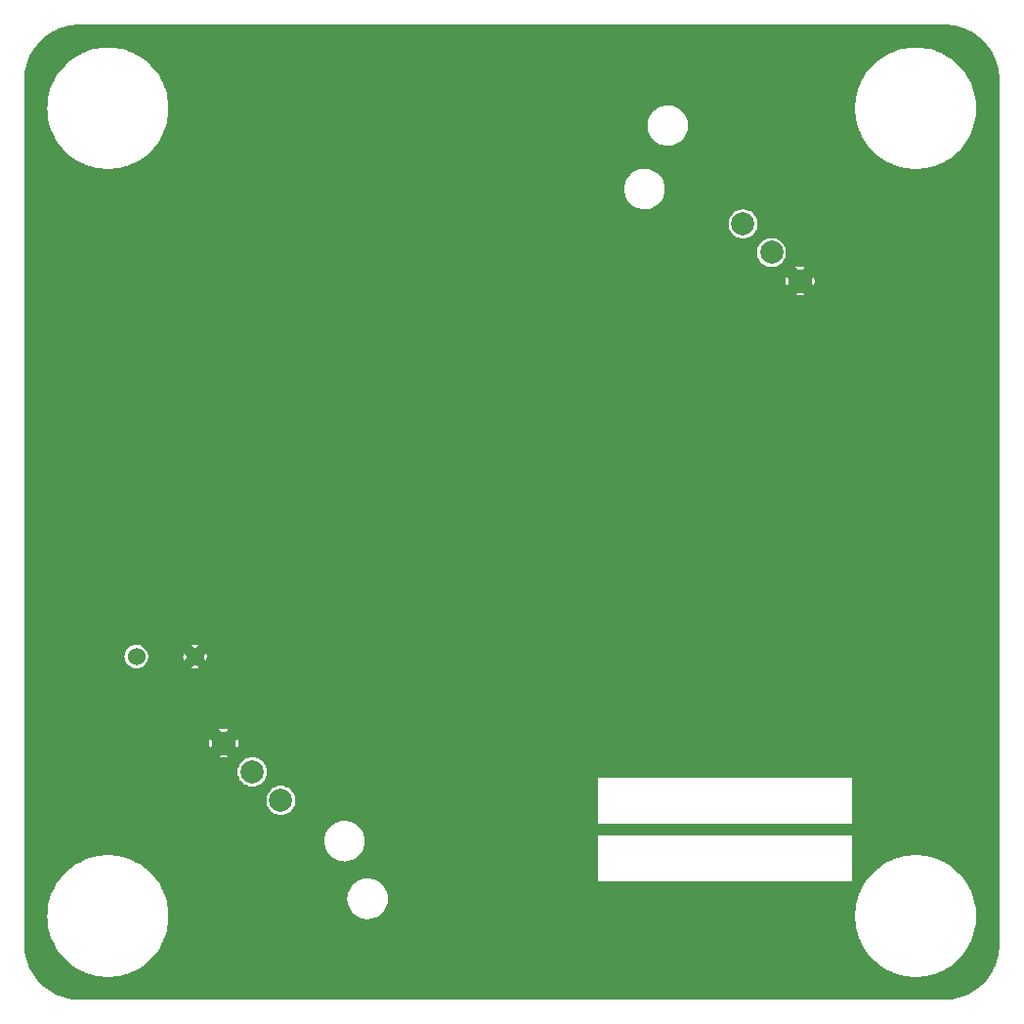
<source format=gbl>
G04 Layer: BottomLayer*
G04 EasyEDA v6.4.25, 2022-01-30T22:18:30+11:00*
G04 a67cddfb3fce44daa9051d46cbbcc19f,10*
G04 Gerber Generator version 0.2*
G04 Scale: 100 percent, Rotated: No, Reflected: No *
G04 Dimensions in millimeters *
G04 leading zeros omitted , absolute positions ,4 integer and 5 decimal *
%FSLAX45Y45*%
%MOMM*%

%ADD12C,0.6096*%
%ADD17C,1.5240*%
%ADD18C,2.0000*%

%LPD*%
G36*
X500532Y25908D02*
G01*
X469900Y26873D01*
X440283Y29718D01*
X410870Y34391D01*
X381812Y40894D01*
X353212Y49225D01*
X325170Y59334D01*
X297840Y71170D01*
X271322Y84734D01*
X245719Y99923D01*
X221081Y116636D01*
X197561Y134924D01*
X175260Y154635D01*
X154178Y175717D01*
X134518Y198069D01*
X116281Y221589D01*
X99568Y246227D01*
X84429Y271881D01*
X70916Y298450D01*
X59080Y325780D01*
X49022Y353822D01*
X40741Y382422D01*
X34290Y411480D01*
X29616Y440893D01*
X26822Y470560D01*
X25908Y500532D01*
X25908Y7999475D01*
X26873Y8030108D01*
X29718Y8059724D01*
X34391Y8089138D01*
X40894Y8118195D01*
X49225Y8146796D01*
X59334Y8174837D01*
X71170Y8202117D01*
X84734Y8228685D01*
X99923Y8254288D01*
X116636Y8278926D01*
X134924Y8302447D01*
X154635Y8324748D01*
X175717Y8345779D01*
X198069Y8365490D01*
X221589Y8383727D01*
X246227Y8400440D01*
X271881Y8415578D01*
X298450Y8429091D01*
X325780Y8440877D01*
X353822Y8450986D01*
X382422Y8459266D01*
X411480Y8465718D01*
X440893Y8470392D01*
X470560Y8473135D01*
X500532Y8474100D01*
X7999475Y8474100D01*
X8030108Y8473135D01*
X8059724Y8470290D01*
X8089138Y8465616D01*
X8118195Y8459114D01*
X8146796Y8450783D01*
X8174837Y8440674D01*
X8202117Y8428837D01*
X8228685Y8415274D01*
X8254288Y8400084D01*
X8278926Y8383320D01*
X8302447Y8365083D01*
X8324748Y8345373D01*
X8345779Y8324291D01*
X8365490Y8301939D01*
X8383727Y8278418D01*
X8400440Y8253730D01*
X8415578Y8228126D01*
X8429091Y8201558D01*
X8440877Y8174228D01*
X8450986Y8146186D01*
X8459266Y8117586D01*
X8465718Y8088528D01*
X8470392Y8059115D01*
X8473135Y8029448D01*
X8474100Y7999475D01*
X8474100Y500532D01*
X8473135Y469900D01*
X8470290Y440283D01*
X8465616Y410870D01*
X8459114Y381812D01*
X8450783Y353212D01*
X8440674Y325170D01*
X8428837Y297840D01*
X8415274Y271322D01*
X8400084Y245719D01*
X8383320Y221081D01*
X8365083Y197561D01*
X8345373Y175260D01*
X8324291Y154178D01*
X8301939Y134518D01*
X8278368Y116281D01*
X8253730Y99568D01*
X8228126Y84429D01*
X8201558Y70916D01*
X8174228Y59080D01*
X8146186Y49022D01*
X8117586Y40741D01*
X8088528Y34290D01*
X8059115Y29616D01*
X8029448Y26822D01*
X7999475Y25908D01*
G37*

%LPC*%
G36*
X5604510Y7424166D02*
G01*
X5622594Y7425588D01*
X5640374Y7428839D01*
X5657799Y7433868D01*
X5674563Y7440726D01*
X5690514Y7449210D01*
X5705551Y7459319D01*
X5719470Y7470902D01*
X5732119Y7483906D01*
X5743346Y7498080D01*
X5753049Y7513370D01*
X5761177Y7529575D01*
X5767527Y7546543D01*
X5772150Y7564018D01*
X5774944Y7581900D01*
X5775858Y7599984D01*
X5774944Y7618120D01*
X5772150Y7636002D01*
X5767527Y7653477D01*
X5761177Y7670444D01*
X5753049Y7686649D01*
X5743346Y7701940D01*
X5732119Y7716113D01*
X5719470Y7729118D01*
X5705551Y7740700D01*
X5690514Y7750809D01*
X5674563Y7759293D01*
X5657799Y7766151D01*
X5640374Y7771180D01*
X5622594Y7774431D01*
X5604510Y7775854D01*
X5586425Y7775397D01*
X5568442Y7773060D01*
X5550814Y7768894D01*
X5533745Y7762951D01*
X5517337Y7755280D01*
X5501792Y7745933D01*
X5487314Y7735062D01*
X5474004Y7722768D01*
X5462066Y7709153D01*
X5451551Y7694422D01*
X5442661Y7678674D01*
X5435396Y7662062D01*
X5429910Y7644790D01*
X5426202Y7627061D01*
X5424322Y7609078D01*
X5424322Y7590942D01*
X5426202Y7572959D01*
X5429910Y7555230D01*
X5435396Y7537958D01*
X5442661Y7521346D01*
X5451551Y7505598D01*
X5462066Y7490866D01*
X5474004Y7477252D01*
X5487314Y7464958D01*
X5501792Y7454087D01*
X5517337Y7444740D01*
X5533745Y7437069D01*
X5550814Y7431125D01*
X5568442Y7426959D01*
X5586425Y7424623D01*
G37*
G36*
X750011Y223875D02*
G01*
X781761Y224790D01*
X813358Y227685D01*
X844753Y232460D01*
X875792Y239166D01*
X906424Y247700D01*
X936396Y258064D01*
X965758Y270205D01*
X994308Y284175D01*
X1021943Y299770D01*
X1048613Y317042D01*
X1074166Y335889D01*
X1098550Y356209D01*
X1121613Y378002D01*
X1143355Y401167D01*
X1163675Y425602D01*
X1182471Y451205D01*
X1199692Y477875D01*
X1215237Y505561D01*
X1229106Y534162D01*
X1241196Y563524D01*
X1251508Y593547D01*
X1259992Y624179D01*
X1266596Y655218D01*
X1271320Y686612D01*
X1274114Y718261D01*
X1274978Y749960D01*
X1274114Y781761D01*
X1271320Y813358D01*
X1266596Y844803D01*
X1259992Y875842D01*
X1251508Y906475D01*
X1241196Y936498D01*
X1229106Y965860D01*
X1215237Y994410D01*
X1199692Y1022096D01*
X1182471Y1048816D01*
X1163675Y1074420D01*
X1143355Y1098804D01*
X1121613Y1121968D01*
X1098550Y1143762D01*
X1074166Y1164132D01*
X1048613Y1182979D01*
X1021943Y1200251D01*
X994308Y1215847D01*
X965758Y1229766D01*
X936396Y1241958D01*
X906424Y1252321D01*
X875792Y1260856D01*
X844753Y1267510D01*
X813358Y1272336D01*
X781761Y1275181D01*
X750011Y1276146D01*
X718261Y1275181D01*
X686612Y1272336D01*
X655218Y1267510D01*
X624179Y1260856D01*
X593598Y1252321D01*
X563575Y1241958D01*
X534263Y1229766D01*
X505714Y1215847D01*
X478078Y1200251D01*
X451408Y1182979D01*
X425856Y1164132D01*
X401472Y1143762D01*
X378358Y1121968D01*
X356616Y1098804D01*
X336346Y1074420D01*
X317550Y1048816D01*
X300329Y1022096D01*
X284784Y994410D01*
X270916Y965860D01*
X258825Y936498D01*
X248513Y906475D01*
X240029Y875842D01*
X233425Y844803D01*
X228701Y813358D01*
X225907Y781761D01*
X224993Y750011D01*
X225907Y718261D01*
X228701Y686612D01*
X233425Y655218D01*
X240029Y624179D01*
X248513Y593547D01*
X258825Y563524D01*
X270916Y534162D01*
X284784Y505561D01*
X300329Y477875D01*
X317550Y451205D01*
X336346Y425602D01*
X356616Y401167D01*
X378358Y378002D01*
X401472Y356209D01*
X425856Y335889D01*
X451408Y317042D01*
X478078Y299770D01*
X505714Y284175D01*
X534263Y270205D01*
X563575Y258064D01*
X593598Y247700D01*
X624179Y239166D01*
X655218Y232460D01*
X686612Y227685D01*
X718261Y224790D01*
G37*
G36*
X3004515Y724154D02*
G01*
X3022600Y725576D01*
X3040380Y728827D01*
X3057804Y733856D01*
X3074568Y740714D01*
X3090519Y749198D01*
X3105556Y759307D01*
X3119475Y770890D01*
X3132124Y783894D01*
X3143351Y798068D01*
X3153054Y813358D01*
X3161182Y829564D01*
X3167532Y846531D01*
X3172155Y864006D01*
X3174949Y881887D01*
X3175863Y899972D01*
X3174949Y918108D01*
X3172155Y935990D01*
X3167532Y953465D01*
X3161182Y970432D01*
X3153054Y986637D01*
X3143351Y1001928D01*
X3132124Y1016101D01*
X3119475Y1029106D01*
X3105556Y1040688D01*
X3090519Y1050798D01*
X3074568Y1059281D01*
X3057804Y1066139D01*
X3040380Y1071168D01*
X3022600Y1074420D01*
X3004515Y1075842D01*
X2986430Y1075385D01*
X2968447Y1073048D01*
X2950819Y1068882D01*
X2933750Y1062939D01*
X2917342Y1055268D01*
X2901797Y1045921D01*
X2887319Y1035050D01*
X2874010Y1022756D01*
X2862072Y1009142D01*
X2851556Y994410D01*
X2842666Y978662D01*
X2835402Y962050D01*
X2829915Y944778D01*
X2826207Y927049D01*
X2824327Y909066D01*
X2824327Y890930D01*
X2826207Y872947D01*
X2829915Y855218D01*
X2835402Y837946D01*
X2842666Y821334D01*
X2851556Y805586D01*
X2862072Y790854D01*
X2874010Y777240D01*
X2887319Y764946D01*
X2901797Y754075D01*
X2917342Y744728D01*
X2933750Y737057D01*
X2950819Y731113D01*
X2968447Y726948D01*
X2986430Y724611D01*
G37*
G36*
X5001006Y1049985D02*
G01*
X7199020Y1049985D01*
X7199985Y1051001D01*
X7199985Y1449019D01*
X7199020Y1449984D01*
X5001006Y1449984D01*
X4999990Y1449019D01*
X4999990Y1051001D01*
G37*
G36*
X2804515Y1224178D02*
G01*
X2822600Y1225550D01*
X2840380Y1228801D01*
X2857804Y1233881D01*
X2874568Y1240688D01*
X2890520Y1249222D01*
X2905556Y1259332D01*
X2919476Y1270914D01*
X2932125Y1283868D01*
X2943352Y1298092D01*
X2953054Y1313383D01*
X2961182Y1329537D01*
X2967532Y1346504D01*
X2972155Y1364030D01*
X2974949Y1381912D01*
X2975864Y1399997D01*
X2974949Y1418082D01*
X2972155Y1435963D01*
X2967532Y1453489D01*
X2961182Y1470456D01*
X2953054Y1486611D01*
X2943352Y1501902D01*
X2932125Y1516126D01*
X2919476Y1529080D01*
X2905556Y1540662D01*
X2890520Y1550771D01*
X2874568Y1559306D01*
X2857804Y1566113D01*
X2840380Y1571193D01*
X2822600Y1574444D01*
X2804515Y1575816D01*
X2786430Y1575358D01*
X2768447Y1573022D01*
X2750820Y1568907D01*
X2733751Y1562912D01*
X2717342Y1555242D01*
X2701798Y1545945D01*
X2687320Y1535074D01*
X2674010Y1522780D01*
X2662072Y1509166D01*
X2651556Y1494383D01*
X2642666Y1478635D01*
X2635402Y1462024D01*
X2629916Y1444802D01*
X2626207Y1427073D01*
X2624328Y1409039D01*
X2624328Y1390954D01*
X2626207Y1372920D01*
X2629916Y1355191D01*
X2635402Y1337970D01*
X2642666Y1321358D01*
X2651556Y1305610D01*
X2662072Y1290828D01*
X2674010Y1277213D01*
X2687320Y1264920D01*
X2701798Y1254048D01*
X2717342Y1244752D01*
X2733751Y1237081D01*
X2750820Y1231087D01*
X2768447Y1226972D01*
X2786430Y1224635D01*
G37*
G36*
X5001006Y1550009D02*
G01*
X7199020Y1550009D01*
X7199985Y1550974D01*
X7199985Y1948992D01*
X7199020Y1950008D01*
X5001006Y1950008D01*
X4999990Y1948992D01*
X4999990Y1550974D01*
X5000193Y1550162D01*
G37*
G36*
X2239924Y1626819D02*
G01*
X2255113Y1626819D01*
X2270201Y1628698D01*
X2284933Y1632305D01*
X2299157Y1637690D01*
X2312619Y1644751D01*
X2325166Y1653387D01*
X2336546Y1663496D01*
X2346604Y1674875D01*
X2355240Y1687372D01*
X2362301Y1700834D01*
X2367686Y1715058D01*
X2371344Y1729790D01*
X2373172Y1744878D01*
X2373172Y1760118D01*
X2371344Y1775206D01*
X2367686Y1789938D01*
X2362301Y1804162D01*
X2355240Y1817624D01*
X2346604Y1830120D01*
X2336546Y1841500D01*
X2325166Y1851609D01*
X2312619Y1860245D01*
X2299157Y1867306D01*
X2284933Y1872691D01*
X2270201Y1876348D01*
X2255113Y1878177D01*
X2239924Y1878177D01*
X2224836Y1876348D01*
X2210054Y1872691D01*
X2195830Y1867306D01*
X2182368Y1860245D01*
X2169871Y1851609D01*
X2158492Y1841500D01*
X2148382Y1830120D01*
X2139746Y1817624D01*
X2132685Y1804162D01*
X2127300Y1789938D01*
X2123694Y1775206D01*
X2121865Y1760118D01*
X2121865Y1744878D01*
X2123694Y1729790D01*
X2127300Y1715058D01*
X2132685Y1700834D01*
X2139746Y1687372D01*
X2148382Y1674875D01*
X2158492Y1663496D01*
X2169871Y1653387D01*
X2182368Y1644751D01*
X2195830Y1637690D01*
X2210054Y1632305D01*
X2224836Y1628698D01*
G37*
G36*
X1992426Y1874316D02*
G01*
X2007616Y1874316D01*
X2022703Y1876145D01*
X2037486Y1879803D01*
X2051710Y1885188D01*
X2065121Y1892249D01*
X2077669Y1900885D01*
X2089048Y1910943D01*
X2099106Y1922322D01*
X2107742Y1934870D01*
X2114804Y1948332D01*
X2120188Y1962556D01*
X2123846Y1977288D01*
X2125675Y1992375D01*
X2125675Y2007565D01*
X2123846Y2022652D01*
X2120188Y2037435D01*
X2114804Y2051659D01*
X2107742Y2065121D01*
X2099106Y2077618D01*
X2089048Y2088997D01*
X2077669Y2099106D01*
X2065121Y2107742D01*
X2051710Y2114804D01*
X2037486Y2120188D01*
X2022703Y2123795D01*
X2007616Y2125624D01*
X1992426Y2125624D01*
X1977339Y2123795D01*
X1962556Y2120188D01*
X1948332Y2114804D01*
X1934870Y2107742D01*
X1922373Y2099106D01*
X1910994Y2088997D01*
X1900936Y2077618D01*
X1892300Y2065121D01*
X1885238Y2051659D01*
X1879854Y2037435D01*
X1876196Y2022652D01*
X1874367Y2007565D01*
X1874367Y1992375D01*
X1876196Y1977288D01*
X1879854Y1962556D01*
X1885238Y1948332D01*
X1892300Y1934870D01*
X1900936Y1922322D01*
X1910994Y1910943D01*
X1922373Y1900885D01*
X1934870Y1892249D01*
X1948332Y1885188D01*
X1962556Y1879803D01*
X1977339Y1876145D01*
G37*
G36*
X1744929Y2121814D02*
G01*
X1760118Y2121814D01*
X1775206Y2123643D01*
X1789988Y2127300D01*
X1792173Y2128113D01*
X1752549Y2167788D01*
X1712874Y2128113D01*
X1715058Y2127300D01*
X1729841Y2123643D01*
G37*
G36*
X1633169Y2207818D02*
G01*
X1672843Y2247493D01*
X1633169Y2287117D01*
X1632356Y2284933D01*
X1628698Y2270150D01*
X1626870Y2255062D01*
X1626870Y2239873D01*
X1628698Y2224786D01*
X1632356Y2210003D01*
G37*
G36*
X1871878Y2207818D02*
G01*
X1872742Y2210003D01*
X1876348Y2224786D01*
X1878177Y2239873D01*
X1878177Y2255062D01*
X1876348Y2270150D01*
X1872742Y2284933D01*
X1871878Y2287117D01*
X1832203Y2247493D01*
G37*
G36*
X1752549Y2327148D02*
G01*
X1792173Y2366822D01*
X1789988Y2367686D01*
X1775206Y2371293D01*
X1760118Y2373122D01*
X1744929Y2373122D01*
X1729841Y2371293D01*
X1715058Y2367686D01*
X1712874Y2366822D01*
G37*
G36*
X999388Y2897987D02*
G01*
X1013002Y2899359D01*
X1026261Y2902508D01*
X1038961Y2907385D01*
X1050950Y2913938D01*
X1061923Y2922016D01*
X1071727Y2931515D01*
X1080160Y2942234D01*
X1087120Y2953969D01*
X1092454Y2966516D01*
X1096060Y2979674D01*
X1097838Y2993186D01*
X1097838Y3006801D01*
X1096060Y3020314D01*
X1092454Y3033471D01*
X1087120Y3046018D01*
X1080160Y3057753D01*
X1071727Y3068472D01*
X1061923Y3077972D01*
X1050950Y3086049D01*
X1038961Y3092602D01*
X1026261Y3097479D01*
X1013002Y3100679D01*
X999388Y3102051D01*
X985774Y3101594D01*
X972312Y3099308D01*
X959307Y3095244D01*
X946962Y3089503D01*
X935431Y3082188D01*
X925017Y3073400D01*
X915873Y3063290D01*
X908151Y3052013D01*
X902004Y3039872D01*
X897534Y3026968D01*
X894842Y3013608D01*
X893927Y2999994D01*
X894842Y2986379D01*
X897534Y2973019D01*
X902004Y2960166D01*
X908151Y2947974D01*
X915873Y2936748D01*
X925017Y2926638D01*
X935431Y2917799D01*
X946962Y2910484D01*
X959307Y2904744D01*
X972312Y2900680D01*
X985774Y2898444D01*
G37*
G36*
X7749997Y223367D02*
G01*
X7781747Y224332D01*
X7813395Y227228D01*
X7844840Y232003D01*
X7875879Y238709D01*
X7906512Y247243D01*
X7936534Y257606D01*
X7965846Y269798D01*
X7994446Y283718D01*
X8022081Y299364D01*
X8048752Y316687D01*
X8074304Y335534D01*
X8098688Y355904D01*
X8121802Y377698D01*
X8143544Y400913D01*
X8163864Y425348D01*
X8182609Y450951D01*
X8199831Y477672D01*
X8215375Y505409D01*
X8229244Y534009D01*
X8241334Y563372D01*
X8251596Y593445D01*
X8260080Y624078D01*
X8266633Y655167D01*
X8271357Y686562D01*
X8274151Y718261D01*
X8275015Y749960D01*
X8274151Y781761D01*
X8271357Y813409D01*
X8266633Y844854D01*
X8260080Y875944D01*
X8251596Y906576D01*
X8241334Y936599D01*
X8229244Y966012D01*
X8215375Y994613D01*
X8199831Y1022299D01*
X8182609Y1049020D01*
X8163864Y1074674D01*
X8143544Y1099108D01*
X8121802Y1122273D01*
X8098688Y1144117D01*
X8074304Y1164488D01*
X8048752Y1183335D01*
X8022081Y1200607D01*
X7994446Y1216253D01*
X7965846Y1230172D01*
X7936534Y1242364D01*
X7906512Y1252778D01*
X7875879Y1261313D01*
X7844840Y1268018D01*
X7813395Y1272794D01*
X7781747Y1275689D01*
X7749997Y1276654D01*
X7718247Y1275689D01*
X7686598Y1272794D01*
X7655204Y1268018D01*
X7624114Y1261313D01*
X7593533Y1252778D01*
X7563459Y1242364D01*
X7534148Y1230172D01*
X7505598Y1216253D01*
X7477912Y1200607D01*
X7451242Y1183335D01*
X7425690Y1164488D01*
X7401306Y1144117D01*
X7378192Y1122273D01*
X7356449Y1099108D01*
X7336129Y1074674D01*
X7317384Y1049020D01*
X7300163Y1022299D01*
X7284618Y994613D01*
X7270750Y966012D01*
X7258659Y936599D01*
X7248398Y906576D01*
X7239914Y875944D01*
X7233361Y844854D01*
X7228636Y813409D01*
X7225893Y781761D01*
X7225030Y750062D01*
X7225893Y718261D01*
X7228636Y686562D01*
X7233361Y655167D01*
X7239914Y624078D01*
X7248398Y593445D01*
X7258659Y563372D01*
X7270750Y534009D01*
X7284618Y505409D01*
X7300163Y477672D01*
X7317384Y450951D01*
X7336129Y425348D01*
X7356449Y400913D01*
X7378192Y377698D01*
X7401306Y355904D01*
X7425690Y335534D01*
X7451242Y316687D01*
X7477912Y299364D01*
X7505598Y283718D01*
X7534148Y269798D01*
X7563459Y257606D01*
X7593533Y247243D01*
X7624114Y238709D01*
X7655204Y232003D01*
X7686598Y227228D01*
X7718247Y224332D01*
G37*
G36*
X1407668Y2966516D02*
G01*
X1441145Y2999994D01*
X1407668Y3033471D01*
X1404315Y3021990D01*
X1402283Y3008528D01*
X1402029Y2994863D01*
X1403654Y2981350D01*
X1407007Y2968142D01*
G37*
G36*
X1600250Y2966618D02*
G01*
X1601978Y2971393D01*
X1604924Y2984703D01*
X1606092Y2998317D01*
X1605381Y3011932D01*
X1602892Y3025343D01*
X1600250Y3033369D01*
X1566875Y2999994D01*
G37*
G36*
X1503984Y3062884D02*
G01*
X1537360Y3096260D01*
X1529334Y3098901D01*
X1515922Y3101390D01*
X1502308Y3102051D01*
X1488694Y3100933D01*
X1475384Y3097987D01*
X1470609Y3096260D01*
G37*
G36*
X6739991Y6126988D02*
G01*
X6755180Y6126988D01*
X6770319Y6128816D01*
X6785051Y6132423D01*
X6787286Y6133287D01*
X6747611Y6172962D01*
X6707936Y6133287D01*
X6710172Y6132423D01*
X6724903Y6128816D01*
G37*
G36*
X6628231Y6212992D02*
G01*
X6667906Y6252616D01*
X6628231Y6292291D01*
X6627418Y6290106D01*
X6623761Y6275324D01*
X6621932Y6260236D01*
X6621932Y6245047D01*
X6623761Y6229959D01*
X6627418Y6215176D01*
G37*
G36*
X6866940Y6212992D02*
G01*
X6867804Y6215176D01*
X6871411Y6229959D01*
X6873240Y6245047D01*
X6873240Y6260236D01*
X6871411Y6275324D01*
X6867804Y6290106D01*
X6866940Y6292291D01*
X6827316Y6252616D01*
G37*
G36*
X6747611Y6332321D02*
G01*
X6787286Y6371996D01*
X6785051Y6372809D01*
X6770319Y6376466D01*
X6755180Y6378295D01*
X6739991Y6378295D01*
X6724903Y6376466D01*
X6710172Y6372809D01*
X6707936Y6371996D01*
G37*
G36*
X6492494Y6374485D02*
G01*
X6507734Y6374485D01*
X6522821Y6376314D01*
X6537553Y6379921D01*
X6551777Y6385306D01*
X6565239Y6392367D01*
X6577736Y6401003D01*
X6589115Y6411112D01*
X6599224Y6422491D01*
X6607860Y6434988D01*
X6614922Y6448450D01*
X6620306Y6462674D01*
X6623964Y6477457D01*
X6625793Y6492544D01*
X6625793Y6507734D01*
X6623964Y6522821D01*
X6620306Y6537553D01*
X6614922Y6551777D01*
X6607860Y6565239D01*
X6599224Y6577787D01*
X6589115Y6589166D01*
X6577736Y6599224D01*
X6565239Y6607860D01*
X6551777Y6614922D01*
X6537553Y6620306D01*
X6522821Y6623964D01*
X6507734Y6625793D01*
X6492494Y6625793D01*
X6477406Y6623964D01*
X6462674Y6620306D01*
X6448450Y6614922D01*
X6434988Y6607860D01*
X6422491Y6599224D01*
X6411112Y6589166D01*
X6401003Y6577787D01*
X6392367Y6565239D01*
X6385306Y6551777D01*
X6379921Y6537553D01*
X6376314Y6522821D01*
X6374434Y6507734D01*
X6374434Y6492544D01*
X6376314Y6477457D01*
X6379921Y6462674D01*
X6385306Y6448450D01*
X6392367Y6434988D01*
X6401003Y6422491D01*
X6411112Y6411112D01*
X6422491Y6401003D01*
X6434988Y6392367D01*
X6448450Y6385306D01*
X6462674Y6379921D01*
X6477406Y6376314D01*
G37*
G36*
X6245047Y6621932D02*
G01*
X6260236Y6621932D01*
X6275324Y6623761D01*
X6290106Y6627418D01*
X6304280Y6632803D01*
X6317742Y6639864D01*
X6330289Y6648500D01*
X6341668Y6658609D01*
X6351727Y6669989D01*
X6360363Y6682486D01*
X6367424Y6695948D01*
X6372809Y6710172D01*
X6376466Y6724903D01*
X6378295Y6739991D01*
X6378295Y6755231D01*
X6376466Y6770319D01*
X6372809Y6785051D01*
X6367424Y6799275D01*
X6360363Y6812737D01*
X6351727Y6825234D01*
X6341668Y6836613D01*
X6330289Y6846722D01*
X6317742Y6855358D01*
X6304280Y6862419D01*
X6290106Y6867804D01*
X6275324Y6871411D01*
X6260236Y6873290D01*
X6245047Y6873290D01*
X6229959Y6871411D01*
X6215176Y6867804D01*
X6200952Y6862419D01*
X6187490Y6855358D01*
X6174994Y6846722D01*
X6163614Y6836613D01*
X6153556Y6825234D01*
X6144920Y6812737D01*
X6137808Y6799275D01*
X6132423Y6785051D01*
X6128816Y6770319D01*
X6126988Y6755231D01*
X6126988Y6739991D01*
X6128816Y6724903D01*
X6132423Y6710172D01*
X6137808Y6695948D01*
X6144920Y6682486D01*
X6153556Y6669989D01*
X6163614Y6658609D01*
X6174994Y6648500D01*
X6187490Y6639864D01*
X6200952Y6632803D01*
X6215176Y6627418D01*
X6229959Y6623761D01*
G37*
G36*
X5404510Y6874154D02*
G01*
X5422595Y6875576D01*
X5440375Y6878828D01*
X5457799Y6883857D01*
X5474563Y6890715D01*
X5490514Y6899198D01*
X5505551Y6909308D01*
X5519470Y6920890D01*
X5532120Y6933895D01*
X5543346Y6948068D01*
X5553049Y6963359D01*
X5561177Y6979564D01*
X5567527Y6996531D01*
X5572150Y7014006D01*
X5574944Y7031888D01*
X5575858Y7049973D01*
X5574944Y7068108D01*
X5572150Y7085990D01*
X5567527Y7103465D01*
X5561177Y7120432D01*
X5553049Y7136638D01*
X5543346Y7151928D01*
X5532120Y7166102D01*
X5519470Y7179106D01*
X5505551Y7190689D01*
X5490514Y7200798D01*
X5474563Y7209281D01*
X5457799Y7216140D01*
X5440375Y7221169D01*
X5422595Y7224420D01*
X5404510Y7225842D01*
X5386425Y7225385D01*
X5368442Y7223048D01*
X5350814Y7218883D01*
X5333746Y7212939D01*
X5317337Y7205268D01*
X5301792Y7195921D01*
X5287314Y7185050D01*
X5274005Y7172756D01*
X5262067Y7159142D01*
X5251551Y7144410D01*
X5242661Y7128662D01*
X5235397Y7112050D01*
X5229910Y7094778D01*
X5226202Y7077049D01*
X5224322Y7059066D01*
X5224322Y7040930D01*
X5226202Y7022947D01*
X5229910Y7005218D01*
X5235397Y6987946D01*
X5242661Y6971334D01*
X5251551Y6955586D01*
X5262067Y6940854D01*
X5274005Y6927240D01*
X5287314Y6914946D01*
X5301792Y6904075D01*
X5317337Y6894728D01*
X5333746Y6887057D01*
X5350814Y6881114D01*
X5368442Y6876948D01*
X5386425Y6874611D01*
G37*
G36*
X7749997Y7223353D02*
G01*
X7781747Y7224318D01*
X7813395Y7227214D01*
X7844840Y7231989D01*
X7875879Y7238695D01*
X7906512Y7247229D01*
X7936534Y7257643D01*
X7965846Y7269784D01*
X7994446Y7283754D01*
X8022081Y7299401D01*
X8048752Y7316673D01*
X8074304Y7335520D01*
X8098688Y7355890D01*
X8121802Y7377734D01*
X8143544Y7400899D01*
X8163864Y7425334D01*
X8182609Y7450937D01*
X8199831Y7477658D01*
X8215375Y7505395D01*
X8229244Y7533995D01*
X8241334Y7563358D01*
X8251596Y7593431D01*
X8260080Y7624064D01*
X8266633Y7655153D01*
X8271357Y7686598D01*
X8274151Y7718247D01*
X8275015Y7749946D01*
X8274151Y7781747D01*
X8271357Y7813395D01*
X8266633Y7844840D01*
X8260080Y7875930D01*
X8251596Y7906562D01*
X8241334Y7936636D01*
X8229244Y7965998D01*
X8215375Y7994599D01*
X8199831Y8022336D01*
X8182609Y8049056D01*
X8163864Y8074659D01*
X8143544Y8099094D01*
X8121802Y8122259D01*
X8098688Y8144103D01*
X8074304Y8164474D01*
X8048752Y8183321D01*
X8022081Y8200644D01*
X7994446Y8216239D01*
X7965846Y8230209D01*
X7936534Y8242401D01*
X7906512Y8252764D01*
X7875879Y8261299D01*
X7844840Y8268004D01*
X7813395Y8272780D01*
X7781747Y8275675D01*
X7749997Y8276640D01*
X7718247Y8275675D01*
X7686598Y8272780D01*
X7655204Y8268004D01*
X7624114Y8261299D01*
X7593533Y8252764D01*
X7563459Y8242401D01*
X7534148Y8230209D01*
X7505598Y8216239D01*
X7477912Y8200644D01*
X7451242Y8183321D01*
X7425690Y8164474D01*
X7401306Y8144103D01*
X7378192Y8122259D01*
X7356449Y8099094D01*
X7336129Y8074659D01*
X7317384Y8049056D01*
X7300163Y8022336D01*
X7284618Y7994599D01*
X7270750Y7965998D01*
X7258659Y7936636D01*
X7248398Y7906562D01*
X7239914Y7875930D01*
X7233361Y7844840D01*
X7228636Y7813395D01*
X7225893Y7781747D01*
X7225030Y7750048D01*
X7225893Y7718247D01*
X7228636Y7686598D01*
X7233361Y7655153D01*
X7239914Y7624064D01*
X7248398Y7593431D01*
X7258659Y7563358D01*
X7270750Y7533995D01*
X7284618Y7505395D01*
X7300163Y7477658D01*
X7317384Y7450937D01*
X7336129Y7425334D01*
X7356449Y7400899D01*
X7378192Y7377734D01*
X7401306Y7355890D01*
X7425690Y7335520D01*
X7451242Y7316673D01*
X7477912Y7299401D01*
X7505598Y7283754D01*
X7534148Y7269784D01*
X7563459Y7257643D01*
X7593533Y7247229D01*
X7624114Y7238695D01*
X7655204Y7231989D01*
X7686598Y7227214D01*
X7718247Y7224318D01*
G37*
G36*
X750011Y7223861D02*
G01*
X781761Y7224826D01*
X813358Y7227671D01*
X844753Y7232497D01*
X875792Y7239152D01*
X906424Y7247686D01*
X936396Y7258050D01*
X965758Y7270242D01*
X994308Y7284161D01*
X1021943Y7299756D01*
X1048613Y7317028D01*
X1074166Y7335875D01*
X1098550Y7356246D01*
X1121613Y7378039D01*
X1143355Y7401153D01*
X1163675Y7425588D01*
X1182471Y7451191D01*
X1199692Y7477912D01*
X1215237Y7505598D01*
X1229106Y7534148D01*
X1241196Y7563510D01*
X1251508Y7593533D01*
X1259992Y7624165D01*
X1266596Y7655204D01*
X1271320Y7686598D01*
X1274114Y7718247D01*
X1274978Y7749946D01*
X1274114Y7781747D01*
X1271320Y7813395D01*
X1266596Y7844790D01*
X1259992Y7875828D01*
X1251508Y7906461D01*
X1241196Y7936484D01*
X1229106Y7965846D01*
X1215237Y7994446D01*
X1199692Y8022132D01*
X1182471Y8048802D01*
X1163675Y8074406D01*
X1143355Y8098840D01*
X1121613Y8121954D01*
X1098550Y8143748D01*
X1074166Y8164118D01*
X1048613Y8182965D01*
X1021943Y8200237D01*
X994308Y8215833D01*
X965758Y8229752D01*
X936396Y8241944D01*
X906424Y8252307D01*
X875792Y8260842D01*
X844753Y8267547D01*
X813358Y8272322D01*
X781761Y8275167D01*
X750011Y8276132D01*
X718261Y8275167D01*
X686612Y8272322D01*
X655218Y8267547D01*
X624179Y8260842D01*
X593598Y8252307D01*
X563575Y8241944D01*
X534263Y8229752D01*
X505714Y8215833D01*
X478078Y8200237D01*
X451408Y8182965D01*
X425856Y8164118D01*
X401472Y8143748D01*
X378358Y8121954D01*
X356616Y8098840D01*
X336346Y8074406D01*
X317550Y8048802D01*
X300329Y8022132D01*
X284784Y7994446D01*
X270916Y7965846D01*
X258825Y7936484D01*
X248513Y7906461D01*
X240029Y7875828D01*
X233425Y7844790D01*
X228701Y7813395D01*
X225907Y7781747D01*
X224993Y7750048D01*
X225907Y7718247D01*
X228701Y7686598D01*
X233425Y7655204D01*
X240029Y7624165D01*
X248513Y7593533D01*
X258825Y7563510D01*
X270916Y7534148D01*
X284784Y7505598D01*
X300329Y7477912D01*
X317550Y7451191D01*
X336346Y7425588D01*
X356616Y7401153D01*
X378358Y7378039D01*
X401472Y7356246D01*
X425856Y7335875D01*
X451408Y7317028D01*
X478078Y7299756D01*
X505714Y7284161D01*
X534263Y7270242D01*
X563575Y7258050D01*
X593598Y7247686D01*
X624179Y7239152D01*
X655218Y7232497D01*
X686612Y7227671D01*
X718261Y7224826D01*
G37*
G36*
X1498904Y2898038D02*
G01*
X1512519Y2898292D01*
X1525981Y2900324D01*
X1537462Y2903677D01*
X1503984Y2937154D01*
X1470507Y2903677D01*
X1472133Y2903016D01*
X1485341Y2899613D01*
G37*

%LPD*%
D17*
G01*
X996010Y2999994D03*
G01*
X1504010Y2999994D03*
D18*
G01*
X2247493Y1752498D03*
G01*
X2000021Y1999995D03*
G01*
X1752523Y2247493D03*
G01*
X6252641Y6747611D03*
G01*
X6500113Y6500113D03*
G01*
X6747611Y6252616D03*
D12*
G01*
X7812506Y4262501D03*
G01*
X6900011Y4499990D03*
G01*
X4750003Y1312494D03*
G01*
X3987495Y937488D03*
G01*
X5800013Y2262504D03*
G01*
X4925009Y2512491D03*
G01*
X3812489Y2362504D03*
G01*
X3874998Y2312492D03*
G01*
X4512513Y2562504D03*
G01*
X3087497Y1875002D03*
G01*
X3999991Y2924987D03*
G01*
X4987493Y2924987D03*
G01*
X4750003Y3312490D03*
G01*
X3750005Y3312490D03*
G01*
X2999993Y2924987D03*
G01*
X5750001Y3312490D03*
G01*
X6000013Y2912490D03*
G01*
X6749999Y3299993D03*
G01*
X5750001Y4162501D03*
G01*
X5512511Y4550003D03*
G01*
X4750003Y4162501D03*
G01*
X6500012Y4550003D03*
G01*
X4499990Y4550003D03*
G01*
X3750005Y4174997D03*
G01*
X3512489Y4550003D03*
G01*
X2750007Y4162501D03*
G01*
X2512491Y4562500D03*
G01*
X1812493Y4374997D03*
G01*
X1924989Y4312488D03*
G01*
X999997Y3912488D03*
G01*
X2750007Y3312490D03*
G01*
X1999995Y2924987D03*
G01*
X1999995Y4912487D03*
G01*
X2750007Y5312486D03*
G01*
X2999993Y4899990D03*
G01*
X3750005Y5312486D03*
G01*
X3999991Y4912487D03*
G01*
X4750003Y5312486D03*
G01*
X4999990Y4899990D03*
G01*
X5762497Y5312486D03*
G01*
X6000013Y4912487D03*
G01*
X6749999Y5312486D03*
G01*
X4987493Y5937504D03*
G01*
X5750001Y6312509D03*
G01*
X4512513Y6549999D03*
G01*
X3999991Y6925005D03*
G01*
X3737508Y6174994D03*
G01*
X2899994Y6499987D03*
G01*
X3199993Y5774994D03*
G01*
X4085005Y7005015D03*
G01*
X4750003Y7312507D03*
M02*

</source>
